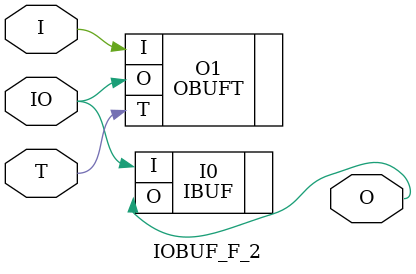
<source format=v>


`timescale  1 ps / 1 ps


module IOBUF_F_2 (O, IO, I, T);

    output O;

    inout  IO;

    input  I, T;

        OBUFT #( .SLEW("FAST"), .DRIVE(2)) O1 (.O(IO), .I(I), .T(T)); 
	IBUF #(.IOSTANDARD("DEFAULT"))  I0 (.O(O), .I(IO));
        

endmodule



</source>
